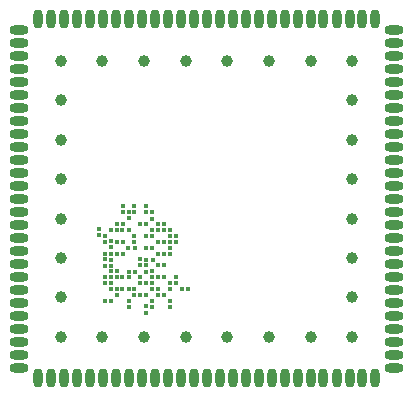
<source format=gbp>
G04*
G04 #@! TF.GenerationSoftware,Altium Limited,Altium Designer,18.1.6 (161)*
G04*
G04 Layer_Color=128*
%FSTAX24Y24*%
%MOIN*%
G70*
G01*
G75*
%ADD30R,0.0118X0.0118*%
%ADD35R,0.0118X0.0118*%
%ADD94O,0.0315X0.0630*%
%ADD95O,0.0630X0.0315*%
%ADD96C,0.0394*%
D30*
X044601Y028543D02*
D03*
X04481D02*
D03*
X044405Y030694D02*
D03*
X044613D02*
D03*
X044225Y029712D02*
D03*
X044016D02*
D03*
X046176Y030303D02*
D03*
X046385D02*
D03*
X045192Y028334D02*
D03*
X045401D02*
D03*
X045773Y028324D02*
D03*
X045981D02*
D03*
X04518Y030692D02*
D03*
X045389D02*
D03*
X044213Y02813D02*
D03*
X044005D02*
D03*
X045389Y030305D02*
D03*
X045597D02*
D03*
X044404Y0301D02*
D03*
X044613D02*
D03*
X045782Y030693D02*
D03*
X045991D02*
D03*
X045383Y029909D02*
D03*
X045591D02*
D03*
X046778Y028533D02*
D03*
X04657Y028533D02*
D03*
X045979Y030513D02*
D03*
X046188D02*
D03*
X045792Y030496D02*
D03*
X045584D02*
D03*
X044601D02*
D03*
X04481D02*
D03*
X045018Y029116D02*
D03*
X04481D02*
D03*
X044799Y029908D02*
D03*
X045008D02*
D03*
X044415Y030495D02*
D03*
X044207D02*
D03*
X045788Y029712D02*
D03*
X045997D02*
D03*
X045586Y028537D02*
D03*
X045794D02*
D03*
X046176Y030102D02*
D03*
X046385D02*
D03*
X045782Y029318D02*
D03*
X045991D02*
D03*
X045782Y028925D02*
D03*
X045991D02*
D03*
X045609Y029516D02*
D03*
X0454D02*
D03*
X045997Y030102D02*
D03*
X045788D02*
D03*
X045597Y02874D02*
D03*
X045389D02*
D03*
X04481Y028919D02*
D03*
X044601D02*
D03*
X044404Y029711D02*
D03*
X044613D02*
D03*
D35*
X044213Y02892D02*
D03*
Y029129D02*
D03*
X04421Y029932D02*
D03*
Y030141D02*
D03*
X044412Y028537D02*
D03*
Y028328D02*
D03*
X044016Y028931D02*
D03*
Y028722D02*
D03*
X04481Y031096D02*
D03*
Y030887D02*
D03*
X04559Y030882D02*
D03*
Y031091D02*
D03*
X0454Y031293D02*
D03*
Y031084D02*
D03*
X045591Y028919D02*
D03*
Y029127D02*
D03*
X045197Y029544D02*
D03*
Y029336D02*
D03*
X046182Y02793D02*
D03*
Y028139D02*
D03*
X0454Y029318D02*
D03*
Y02911D02*
D03*
X045192Y028931D02*
D03*
Y028722D02*
D03*
X04441Y029127D02*
D03*
Y028919D02*
D03*
X046176Y028533D02*
D03*
Y028741D02*
D03*
X045001Y031293D02*
D03*
Y031084D02*
D03*
X044225Y029307D02*
D03*
Y029515D02*
D03*
X045393Y027743D02*
D03*
Y027952D02*
D03*
X044016Y030316D02*
D03*
Y030107D02*
D03*
X04382Y030321D02*
D03*
Y030529D02*
D03*
X044613Y031293D02*
D03*
Y031084D02*
D03*
X045001Y028542D02*
D03*
Y028334D02*
D03*
X044218Y028734D02*
D03*
Y028525D02*
D03*
X044011Y029519D02*
D03*
Y02931D02*
D03*
X04559Y02793D02*
D03*
Y028139D02*
D03*
X046188Y029706D02*
D03*
Y029915D02*
D03*
X04481Y027935D02*
D03*
Y028143D02*
D03*
X045001Y0301D02*
D03*
Y030309D02*
D03*
X046381Y028722D02*
D03*
Y028931D02*
D03*
D94*
X041775Y025564D02*
D03*
X042208D02*
D03*
X042641D02*
D03*
X043074D02*
D03*
X043507D02*
D03*
X04394D02*
D03*
X044373D02*
D03*
X044806D02*
D03*
X045239D02*
D03*
X045673D02*
D03*
X046106D02*
D03*
X046539D02*
D03*
X046972D02*
D03*
X047405D02*
D03*
X047838D02*
D03*
X048271D02*
D03*
X048704D02*
D03*
X049137D02*
D03*
X04957D02*
D03*
X050003D02*
D03*
X050436D02*
D03*
X050869D02*
D03*
X051302D02*
D03*
X051736D02*
D03*
X052169D02*
D03*
X052602D02*
D03*
X053035D02*
D03*
X053035Y037533D02*
D03*
X052602D02*
D03*
X052169D02*
D03*
X051736D02*
D03*
X051302D02*
D03*
X050869D02*
D03*
X050436D02*
D03*
X050003D02*
D03*
X04957D02*
D03*
X049137D02*
D03*
X048704D02*
D03*
X048271D02*
D03*
X047838D02*
D03*
X047405D02*
D03*
X046972D02*
D03*
X046539D02*
D03*
X046106D02*
D03*
X045673D02*
D03*
X045239D02*
D03*
X044806D02*
D03*
X044373D02*
D03*
X04394D02*
D03*
X043507D02*
D03*
X043074D02*
D03*
X042641D02*
D03*
X042208D02*
D03*
X041775D02*
D03*
D95*
X053643Y02591D02*
D03*
Y026343D02*
D03*
Y026776D02*
D03*
Y027209D02*
D03*
Y027642D02*
D03*
Y028075D02*
D03*
Y028509D02*
D03*
Y028942D02*
D03*
Y029375D02*
D03*
Y029808D02*
D03*
Y030241D02*
D03*
Y030674D02*
D03*
Y031107D02*
D03*
Y03154D02*
D03*
Y031973D02*
D03*
Y032406D02*
D03*
Y032839D02*
D03*
Y033272D02*
D03*
Y033705D02*
D03*
Y034138D02*
D03*
Y034571D02*
D03*
Y035005D02*
D03*
Y035438D02*
D03*
Y035871D02*
D03*
Y036304D02*
D03*
Y036737D02*
D03*
Y037168D02*
D03*
X041162Y03717D02*
D03*
Y036737D02*
D03*
Y036304D02*
D03*
Y035871D02*
D03*
Y035438D02*
D03*
Y035005D02*
D03*
Y034571D02*
D03*
Y034138D02*
D03*
Y033705D02*
D03*
Y033272D02*
D03*
Y032839D02*
D03*
Y032406D02*
D03*
Y031973D02*
D03*
Y03154D02*
D03*
Y031107D02*
D03*
Y030674D02*
D03*
Y030241D02*
D03*
Y029808D02*
D03*
Y029375D02*
D03*
Y028942D02*
D03*
Y026343D02*
D03*
Y02591D02*
D03*
Y027209D02*
D03*
Y026776D02*
D03*
Y028075D02*
D03*
Y027642D02*
D03*
Y028509D02*
D03*
D96*
X04393Y026936D02*
D03*
X04393Y036146D02*
D03*
X045319Y026936D02*
D03*
X045319Y036146D02*
D03*
X049487Y026936D02*
D03*
X049487Y036146D02*
D03*
X050877Y026936D02*
D03*
X050877Y036146D02*
D03*
X04254Y029568D02*
D03*
Y033515D02*
D03*
X052266Y029568D02*
D03*
Y033515D02*
D03*
X04254Y026936D02*
D03*
Y028252D02*
D03*
Y030883D02*
D03*
Y032199D02*
D03*
Y034831D02*
D03*
Y036146D02*
D03*
X046708Y026936D02*
D03*
X046708Y036146D02*
D03*
X048098Y026936D02*
D03*
X048098Y036146D02*
D03*
X052266Y026936D02*
D03*
Y030883D02*
D03*
Y028252D02*
D03*
Y032199D02*
D03*
Y034831D02*
D03*
Y036146D02*
D03*
M02*

</source>
